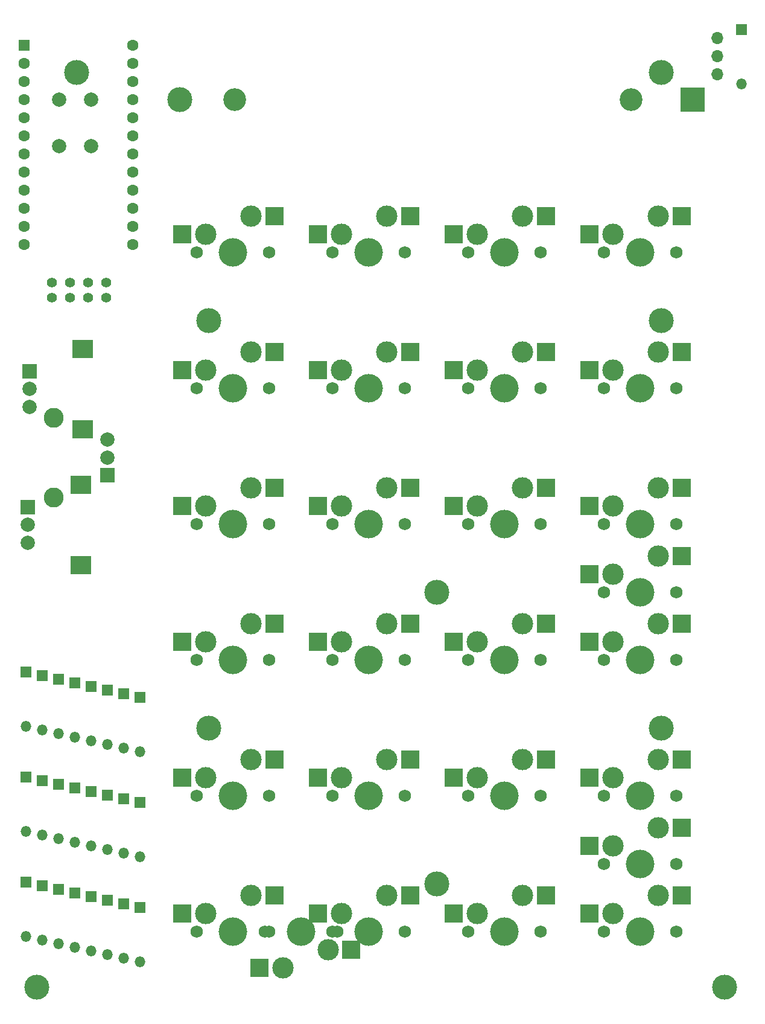
<source format=gbr>
%TF.GenerationSoftware,KiCad,Pcbnew,(5.1.10-1-10_14)*%
%TF.CreationDate,2021-10-29T16:46:54+02:00*%
%TF.ProjectId,Proletariat,50726f6c-6574-4617-9269-61742e6b6963,rev?*%
%TF.SameCoordinates,Original*%
%TF.FileFunction,Soldermask,Bot*%
%TF.FilePolarity,Negative*%
%FSLAX46Y46*%
G04 Gerber Fmt 4.6, Leading zero omitted, Abs format (unit mm)*
G04 Created by KiCad (PCBNEW (5.1.10-1-10_14)) date 2021-10-29 16:46:54*
%MOMM*%
%LPD*%
G01*
G04 APERTURE LIST*
%ADD10O,1.500000X1.500000*%
%ADD11R,1.500000X1.500000*%
%ADD12O,1.700000X1.700000*%
%ADD13C,1.397000*%
%ADD14R,2.000000X2.000000*%
%ADD15C,2.000000*%
%ADD16R,3.000000X2.500000*%
%ADD17C,2.800000*%
%ADD18R,2.550000X2.500000*%
%ADD19C,1.750000*%
%ADD20C,4.000000*%
%ADD21C,3.000000*%
%ADD22C,1.600000*%
%ADD23R,1.600000X1.600000*%
%ADD24C,3.500000*%
%ADD25C,3.200000*%
%ADD26R,3.500000X3.500000*%
G04 APERTURE END LIST*
D10*
%TO.C,D0*%
X147193000Y-38481000D03*
D11*
X147193000Y-30861000D03*
%TD*%
D12*
%TO.C,SW30*%
X143814800Y-37109400D03*
X143814800Y-34569400D03*
X143814800Y-32029400D03*
%TD*%
D13*
%TO.C,OL2*%
X58039000Y-68453000D03*
X55499000Y-68453000D03*
X52959000Y-68453000D03*
X50419000Y-68453000D03*
%TD*%
%TO.C,OL1*%
X50419000Y-66294000D03*
X52959000Y-66294000D03*
X55499000Y-66294000D03*
X58039000Y-66294000D03*
%TD*%
D14*
%TO.C,SW29*%
X47244000Y-78740000D03*
D15*
X47244000Y-81240000D03*
X47244000Y-83740000D03*
D16*
X54744000Y-75640000D03*
X54744000Y-86840000D03*
%TD*%
D14*
%TO.C,SW28*%
X46990000Y-97790000D03*
D15*
X46990000Y-100290000D03*
X46990000Y-102790000D03*
D16*
X54490000Y-94690000D03*
X54490000Y-105890000D03*
%TD*%
D14*
%TO.C,SW32*%
X58166000Y-93345000D03*
D15*
X58166000Y-90845000D03*
X58166000Y-88345000D03*
D17*
X50666000Y-96445000D03*
X50666000Y-85245000D03*
%TD*%
D15*
%TO.C,SW31*%
X55880000Y-47140000D03*
X51380000Y-47140000D03*
X55880000Y-40640000D03*
X51380000Y-40640000D03*
%TD*%
D10*
%TO.C,D22*%
X46736000Y-143256000D03*
D11*
X46736000Y-135636000D03*
%TD*%
D10*
%TO.C,D24*%
X46736000Y-157988000D03*
D11*
X46736000Y-150368000D03*
%TD*%
D10*
%TO.C,D23*%
X49022000Y-158496000D03*
D11*
X49022000Y-150876000D03*
%TD*%
D10*
%TO.C,D21*%
X49022000Y-143764000D03*
D11*
X49022000Y-136144000D03*
%TD*%
D10*
%TO.C,D20*%
X46736000Y-128524000D03*
D11*
X46736000Y-120904000D03*
%TD*%
D10*
%TO.C,D19*%
X49022000Y-129032000D03*
D11*
X49022000Y-121412000D03*
%TD*%
D10*
%TO.C,D18*%
X51308000Y-159004000D03*
D11*
X51308000Y-151384000D03*
%TD*%
D10*
%TO.C,D17*%
X53594000Y-159512000D03*
D11*
X53594000Y-151892000D03*
%TD*%
D10*
%TO.C,D16*%
X51308000Y-144272000D03*
D11*
X51308000Y-136652000D03*
%TD*%
D10*
%TO.C,D15*%
X53594000Y-144780000D03*
D11*
X53594000Y-137160000D03*
%TD*%
D10*
%TO.C,D14*%
X51308000Y-129540000D03*
D11*
X51308000Y-121920000D03*
%TD*%
D10*
%TO.C,D13*%
X53594000Y-130048000D03*
D11*
X53594000Y-122428000D03*
%TD*%
D10*
%TO.C,D12*%
X55880000Y-160020000D03*
D11*
X55880000Y-152400000D03*
%TD*%
D10*
%TO.C,D11*%
X58166000Y-160528000D03*
D11*
X58166000Y-152908000D03*
%TD*%
D10*
%TO.C,D10*%
X55880000Y-145288000D03*
D11*
X55880000Y-137668000D03*
%TD*%
D10*
%TO.C,D9*%
X58166000Y-145796000D03*
D11*
X58166000Y-138176000D03*
%TD*%
D10*
%TO.C,D8*%
X55880000Y-130556000D03*
D11*
X55880000Y-122936000D03*
%TD*%
D10*
%TO.C,D7*%
X58166000Y-131064000D03*
D11*
X58166000Y-123444000D03*
%TD*%
D10*
%TO.C,D6*%
X60452000Y-161036000D03*
D11*
X60452000Y-153416000D03*
%TD*%
D10*
%TO.C,D5*%
X62738000Y-161544000D03*
D11*
X62738000Y-153924000D03*
%TD*%
D10*
%TO.C,D4*%
X60452000Y-146304000D03*
D11*
X60452000Y-138684000D03*
%TD*%
D10*
%TO.C,D3*%
X62738000Y-146812000D03*
D11*
X62738000Y-139192000D03*
%TD*%
D10*
%TO.C,D2*%
X60452000Y-131572000D03*
D11*
X60452000Y-123952000D03*
%TD*%
D10*
%TO.C,D1*%
X62738000Y-132080000D03*
D11*
X62738000Y-124460000D03*
%TD*%
D18*
%TO.C,SW2*%
X81661000Y-76073000D03*
X68734000Y-78613000D03*
D19*
X80899000Y-81153000D03*
X70739000Y-81153000D03*
D20*
X75819000Y-81153000D03*
D21*
X78359000Y-76073000D03*
X72009000Y-78613000D03*
%TD*%
D18*
%TO.C,SW3*%
X81661000Y-95123000D03*
X68734000Y-97663000D03*
D19*
X80899000Y-100203000D03*
X70739000Y-100203000D03*
D20*
X75819000Y-100203000D03*
D21*
X78359000Y-95123000D03*
X72009000Y-97663000D03*
%TD*%
D18*
%TO.C,SW4*%
X81661000Y-114173000D03*
X68734000Y-116713000D03*
D19*
X80899000Y-119253000D03*
X70739000Y-119253000D03*
D20*
X75819000Y-119253000D03*
D21*
X78359000Y-114173000D03*
X72009000Y-116713000D03*
%TD*%
D18*
%TO.C,SW5*%
X81661000Y-133223000D03*
X68734000Y-135763000D03*
D19*
X80899000Y-138303000D03*
X70739000Y-138303000D03*
D20*
X75819000Y-138303000D03*
D21*
X78359000Y-133223000D03*
X72009000Y-135763000D03*
%TD*%
D18*
%TO.C,SW6*%
X81661000Y-152273000D03*
X68734000Y-154813000D03*
D19*
X80899000Y-157353000D03*
X70739000Y-157353000D03*
D20*
X75819000Y-157353000D03*
D21*
X78359000Y-152273000D03*
X72009000Y-154813000D03*
%TD*%
D18*
%TO.C,SW7*%
X79502000Y-162433000D03*
X92429000Y-159893000D03*
D19*
X80264000Y-157353000D03*
X90424000Y-157353000D03*
D20*
X85344000Y-157353000D03*
D21*
X82804000Y-162433000D03*
X89154000Y-159893000D03*
%TD*%
D18*
%TO.C,SW8*%
X100711000Y-57023000D03*
X87784000Y-59563000D03*
D19*
X99949000Y-62103000D03*
X89789000Y-62103000D03*
D20*
X94869000Y-62103000D03*
D21*
X97409000Y-57023000D03*
X91059000Y-59563000D03*
%TD*%
D18*
%TO.C,SW9*%
X100711000Y-76073000D03*
X87784000Y-78613000D03*
D19*
X99949000Y-81153000D03*
X89789000Y-81153000D03*
D20*
X94869000Y-81153000D03*
D21*
X97409000Y-76073000D03*
X91059000Y-78613000D03*
%TD*%
D18*
%TO.C,SW10*%
X100711000Y-95123000D03*
X87784000Y-97663000D03*
D19*
X99949000Y-100203000D03*
X89789000Y-100203000D03*
D20*
X94869000Y-100203000D03*
D21*
X97409000Y-95123000D03*
X91059000Y-97663000D03*
%TD*%
D18*
%TO.C,SW13*%
X100711000Y-152273000D03*
X87784000Y-154813000D03*
D19*
X99949000Y-157353000D03*
X89789000Y-157353000D03*
D20*
X94869000Y-157353000D03*
D21*
X97409000Y-152273000D03*
X91059000Y-154813000D03*
%TD*%
D18*
%TO.C,SW14*%
X119761000Y-57023000D03*
X106834000Y-59563000D03*
D19*
X118999000Y-62103000D03*
X108839000Y-62103000D03*
D20*
X113919000Y-62103000D03*
D21*
X116459000Y-57023000D03*
X110109000Y-59563000D03*
%TD*%
D18*
%TO.C,SW15*%
X119761000Y-76073000D03*
X106834000Y-78613000D03*
D19*
X118999000Y-81153000D03*
X108839000Y-81153000D03*
D20*
X113919000Y-81153000D03*
D21*
X116459000Y-76073000D03*
X110109000Y-78613000D03*
%TD*%
D18*
%TO.C,SW16*%
X119761000Y-95123000D03*
X106834000Y-97663000D03*
D19*
X118999000Y-100203000D03*
X108839000Y-100203000D03*
D20*
X113919000Y-100203000D03*
D21*
X116459000Y-95123000D03*
X110109000Y-97663000D03*
%TD*%
D18*
%TO.C,SW17*%
X119761000Y-114173000D03*
X106834000Y-116713000D03*
D19*
X118999000Y-119253000D03*
X108839000Y-119253000D03*
D20*
X113919000Y-119253000D03*
D21*
X116459000Y-114173000D03*
X110109000Y-116713000D03*
%TD*%
D18*
%TO.C,SW18*%
X119761000Y-133223000D03*
X106834000Y-135763000D03*
D19*
X118999000Y-138303000D03*
X108839000Y-138303000D03*
D20*
X113919000Y-138303000D03*
D21*
X116459000Y-133223000D03*
X110109000Y-135763000D03*
%TD*%
D18*
%TO.C,SW19*%
X119761000Y-152273000D03*
X106834000Y-154813000D03*
D19*
X118999000Y-157353000D03*
X108839000Y-157353000D03*
D20*
X113919000Y-157353000D03*
D21*
X116459000Y-152273000D03*
X110109000Y-154813000D03*
%TD*%
D18*
%TO.C,SW20*%
X138811000Y-57023000D03*
X125884000Y-59563000D03*
D19*
X138049000Y-62103000D03*
X127889000Y-62103000D03*
D20*
X132969000Y-62103000D03*
D21*
X135509000Y-57023000D03*
X129159000Y-59563000D03*
%TD*%
D18*
%TO.C,SW21*%
X138811000Y-76073000D03*
X125884000Y-78613000D03*
D19*
X138049000Y-81153000D03*
X127889000Y-81153000D03*
D20*
X132969000Y-81153000D03*
D21*
X135509000Y-76073000D03*
X129159000Y-78613000D03*
%TD*%
D18*
%TO.C,SW22*%
X138811000Y-95123000D03*
X125884000Y-97663000D03*
D19*
X138049000Y-100203000D03*
X127889000Y-100203000D03*
D20*
X132969000Y-100203000D03*
D21*
X135509000Y-95123000D03*
X129159000Y-97663000D03*
%TD*%
D18*
%TO.C,SW23*%
X138811000Y-114173000D03*
X125884000Y-116713000D03*
D19*
X138049000Y-119253000D03*
X127889000Y-119253000D03*
D20*
X132969000Y-119253000D03*
D21*
X135509000Y-114173000D03*
X129159000Y-116713000D03*
%TD*%
D18*
%TO.C,SW24*%
X138811000Y-133223000D03*
X125884000Y-135763000D03*
D19*
X138049000Y-138303000D03*
X127889000Y-138303000D03*
D20*
X132969000Y-138303000D03*
D21*
X135509000Y-133223000D03*
X129159000Y-135763000D03*
%TD*%
D18*
%TO.C,SW25*%
X138811000Y-152273000D03*
X125884000Y-154813000D03*
D19*
X138049000Y-157353000D03*
X127889000Y-157353000D03*
D20*
X132969000Y-157353000D03*
D21*
X135509000Y-152273000D03*
X129159000Y-154813000D03*
%TD*%
D18*
%TO.C,SW26*%
X138811000Y-104648000D03*
X125884000Y-107188000D03*
D19*
X138049000Y-109728000D03*
X127889000Y-109728000D03*
D20*
X132969000Y-109728000D03*
D21*
X135509000Y-104648000D03*
X129159000Y-107188000D03*
%TD*%
D18*
%TO.C,SW27*%
X138811000Y-142748000D03*
X125884000Y-145288000D03*
D19*
X138049000Y-147828000D03*
X127889000Y-147828000D03*
D20*
X132969000Y-147828000D03*
D21*
X135509000Y-142748000D03*
X129159000Y-145288000D03*
%TD*%
D18*
%TO.C,SW1*%
X81661000Y-57023000D03*
X68734000Y-59563000D03*
D19*
X80899000Y-62103000D03*
X70739000Y-62103000D03*
D20*
X75819000Y-62103000D03*
D21*
X78359000Y-57023000D03*
X72009000Y-59563000D03*
%TD*%
D22*
%TO.C,U1*%
X61722000Y-33020000D03*
X61722000Y-35560000D03*
X61722000Y-38100000D03*
X61722000Y-40640000D03*
X61722000Y-43180000D03*
X61722000Y-45720000D03*
X61722000Y-48260000D03*
X61722000Y-50800000D03*
X61722000Y-53340000D03*
X61722000Y-55880000D03*
X61722000Y-58420000D03*
X61722000Y-60960000D03*
X46482000Y-60960000D03*
X46482000Y-58420000D03*
X46482000Y-55880000D03*
X46482000Y-53340000D03*
X46482000Y-50800000D03*
X46482000Y-48260000D03*
X46482000Y-45720000D03*
X46482000Y-43180000D03*
X46482000Y-40640000D03*
X46482000Y-38100000D03*
X46482000Y-35560000D03*
D23*
X46482000Y-33020000D03*
%TD*%
D18*
%TO.C,SW12*%
X100711000Y-133223000D03*
X87784000Y-135763000D03*
D19*
X99949000Y-138303000D03*
X89789000Y-138303000D03*
D20*
X94869000Y-138303000D03*
D21*
X97409000Y-133223000D03*
X91059000Y-135763000D03*
%TD*%
D24*
%TO.C,H1*%
X135890000Y-36830000D03*
%TD*%
%TO.C,H2*%
X104394000Y-109728000D03*
%TD*%
%TO.C,H3*%
X53848000Y-36830000D03*
%TD*%
%TO.C,H4*%
X48260000Y-165100000D03*
%TD*%
%TO.C,H5*%
X72390000Y-71628000D03*
%TD*%
%TO.C,H6*%
X144780000Y-165100000D03*
%TD*%
D18*
%TO.C,SW11*%
X100711000Y-114173000D03*
X87784000Y-116713000D03*
D19*
X99949000Y-119253000D03*
X89789000Y-119253000D03*
D20*
X94869000Y-119253000D03*
D21*
X97409000Y-114173000D03*
X91059000Y-116713000D03*
%TD*%
D25*
%TO.C,BT1*%
X76080000Y-40640000D03*
X131690000Y-40640000D03*
D26*
X140335000Y-40640000D03*
D24*
X68335000Y-40640000D03*
%TD*%
%TO.C,H7*%
X135890000Y-71628000D03*
%TD*%
%TO.C,H8*%
X72390000Y-128778000D03*
%TD*%
%TO.C,H9*%
X135890000Y-128778000D03*
%TD*%
%TO.C,H10*%
X104394000Y-150622000D03*
%TD*%
M02*

</source>
